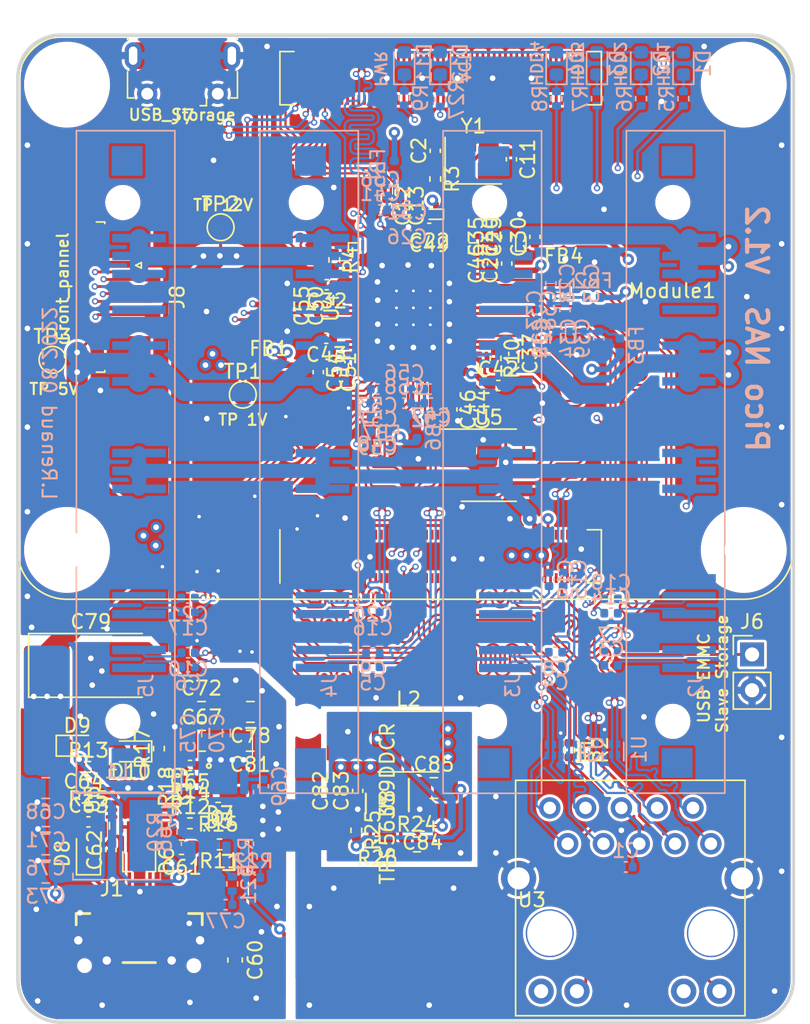
<source format=kicad_pcb>
(kicad_pcb (version 20211014) (generator pcbnew)

  (general
    (thickness 0.99)
  )

  (paper "A4")
  (layers
    (0 "F.Cu" signal)
    (1 "In1.Cu" power)
    (2 "In2.Cu" power)
    (31 "B.Cu" signal)
    (32 "B.Adhes" user "B.Adhesive")
    (33 "F.Adhes" user "F.Adhesive")
    (34 "B.Paste" user)
    (35 "F.Paste" user)
    (36 "B.SilkS" user "B.Silkscreen")
    (37 "F.SilkS" user "F.Silkscreen")
    (38 "B.Mask" user)
    (39 "F.Mask" user)
    (40 "Dwgs.User" user "User.Drawings")
    (41 "Cmts.User" user "User.Comments")
    (42 "Eco1.User" user "User.Eco1")
    (43 "Eco2.User" user "User.Eco2")
    (44 "Edge.Cuts" user)
    (45 "Margin" user)
    (46 "B.CrtYd" user "B.Courtyard")
    (47 "F.CrtYd" user "F.Courtyard")
    (48 "B.Fab" user)
    (49 "F.Fab" user)
    (50 "User.1" user)
    (51 "User.2" user)
    (52 "User.3" user)
    (53 "User.4" user)
    (54 "User.5" user)
    (55 "User.6" user)
    (56 "User.7" user)
    (57 "User.8" user)
    (58 "User.9" user)
  )

  (setup
    (stackup
      (layer "F.SilkS" (type "Top Silk Screen") (color "White"))
      (layer "F.Paste" (type "Top Solder Paste"))
      (layer "F.Mask" (type "Top Solder Mask") (color "Black") (thickness 0.01))
      (layer "F.Cu" (type "copper") (thickness 0.035))
      (layer "dielectric 1" (type "prepreg") (thickness 0.1) (material "FR4") (epsilon_r 4.5) (loss_tangent 0.02))
      (layer "In1.Cu" (type "copper") (thickness 0.0175))
      (layer "dielectric 2" (type "core") (thickness 0.665) (material "FR4") (epsilon_r 4.5) (loss_tangent 0.02))
      (layer "In2.Cu" (type "copper") (thickness 0.0175))
      (layer "dielectric 3" (type "prepreg") (thickness 0.1) (material "FR4") (epsilon_r 4.5) (loss_tangent 0.02))
      (layer "B.Cu" (type "copper") (thickness 0.035))
      (layer "B.Mask" (type "Bottom Solder Mask") (color "Black") (thickness 0.01))
      (layer "B.Paste" (type "Bottom Solder Paste"))
      (layer "B.SilkS" (type "Bottom Silk Screen") (color "White"))
      (copper_finish "None")
      (dielectric_constraints yes)
    )
    (pad_to_mask_clearance 0)
    (aux_axis_origin 171.2 118.5)
    (grid_origin 171.2 118.5)
    (pcbplotparams
      (layerselection 0x00010fc_ffffffff)
      (disableapertmacros false)
      (usegerberextensions false)
      (usegerberattributes true)
      (usegerberadvancedattributes true)
      (creategerberjobfile false)
      (svguseinch false)
      (svgprecision 6)
      (excludeedgelayer true)
      (plotframeref false)
      (viasonmask false)
      (mode 1)
      (useauxorigin true)
      (hpglpennumber 1)
      (hpglpenspeed 20)
      (hpglpendiameter 15.000000)
      (dxfpolygonmode true)
      (dxfimperialunits true)
      (dxfusepcbnewfont true)
      (psnegative false)
      (psa4output false)
      (plotreference false)
      (plotvalue false)
      (plotinvisibletext false)
      (sketchpadsonfab false)
      (subtractmaskfromsilk false)
      (outputformat 1)
      (mirror false)
      (drillshape 0)
      (scaleselection 1)
      (outputdirectory "Gerber/")
    )
  )

  (net 0 "")
  (net 1 "GND")
  (net 2 "Net-(C1-Pad1)")
  (net 3 "Net-(R1-Pad2)")
  (net 4 "/CM4/PCIE_RX_P")
  (net 5 "Net-(R2-Pad2)")
  (net 6 "/CM4/PCIE_RX_N")
  (net 7 "Net-(R21-Pad2)")
  (net 8 "Net-(R22-Pad1)")
  (net 9 "unconnected-(J2-Pad18)")
  (net 10 "unconnected-(J3-Pad18)")
  (net 11 "unconnected-(J4-Pad18)")
  (net 12 "unconnected-(J5-Pad18)")
  (net 13 "/CM4/n_eeprom_en")
  (net 14 "unconnected-(J7-Pad1)")
  (net 15 "/CM4/USB-")
  (net 16 "/CM4/USB+")
  (net 17 "/CM4/OTG_ID")
  (net 18 "/CM4/TRD3+")
  (net 19 "/CM4/TRD1+")
  (net 20 "/CM4/TRD3-")
  (net 21 "/CM4/TRD1-")
  (net 22 "/CM4/TRD2+")
  (net 23 "/CM4/TRD0+")
  (net 24 "/CM4/TRD2-")
  (net 25 "/CM4/TRD0-")
  (net 26 "/CM4/LEDY")
  (net 27 "unconnected-(Module1-Pad16)")
  (net 28 "/CM4/LEDG")
  (net 29 "unconnected-(Module1-Pad18)")
  (net 30 "unconnected-(Module1-Pad19)")
  (net 31 "unconnected-(Module1-Pad20)")
  (net 32 "Net-(D11-Pad1)")
  (net 33 "unconnected-(Module1-Pad24)")
  (net 34 "unconnected-(Module1-Pad25)")
  (net 35 "unconnected-(Module1-Pad26)")
  (net 36 "unconnected-(Module1-Pad27)")
  (net 37 "unconnected-(Module1-Pad28)")
  (net 38 "unconnected-(Module1-Pad29)")
  (net 39 "unconnected-(Module1-Pad30)")
  (net 40 "unconnected-(Module1-Pad31)")
  (net 41 "unconnected-(Module1-Pad34)")
  (net 42 "unconnected-(Module1-Pad35)")
  (net 43 "unconnected-(Module1-Pad36)")
  (net 44 "/CM4/SPI_CLK")
  (net 45 "/CM4/SPI_MISO")
  (net 46 "/CM4/SPI_MOSI")
  (net 47 "/CM4/SPI_EN0")
  (net 48 "unconnected-(Module1-Pad41)")
  (net 49 "/CM4/SPI_EN1")
  (net 50 "unconnected-(Module1-Pad45)")
  (net 51 "unconnected-(Module1-Pad46)")
  (net 52 "unconnected-(Module1-Pad47)")
  (net 53 "unconnected-(Module1-Pad48)")
  (net 54 "unconnected-(Module1-Pad49)")
  (net 55 "unconnected-(Module1-Pad50)")
  (net 56 "unconnected-(Module1-Pad51)")
  (net 57 "unconnected-(Module1-Pad54)")
  (net 58 "unconnected-(Module1-Pad55)")
  (net 59 "unconnected-(Module1-Pad56)")
  (net 60 "unconnected-(Module1-Pad57)")
  (net 61 "unconnected-(Module1-Pad58)")
  (net 62 "unconnected-(Module1-Pad61)")
  (net 63 "unconnected-(Module1-Pad62)")
  (net 64 "unconnected-(Module1-Pad63)")
  (net 65 "unconnected-(Module1-Pad64)")
  (net 66 "unconnected-(Module1-Pad67)")
  (net 67 "unconnected-(Module1-Pad68)")
  (net 68 "unconnected-(Module1-Pad69)")
  (net 69 "unconnected-(Module1-Pad70)")
  (net 70 "unconnected-(Module1-Pad72)")
  (net 71 "unconnected-(Module1-Pad73)")
  (net 72 "unconnected-(Module1-Pad75)")
  (net 73 "Net-(C2-Pad1)")
  (net 74 "/PCIe_sata/TX00+")
  (net 75 "/PCIe_sata/TX0+")
  (net 76 "/PCIe_sata/TX01+")
  (net 77 "/PCIe_sata/TX1+")
  (net 78 "/PCIe_sata/TX02+")
  (net 79 "/PCIe_sata/TX2+")
  (net 80 "/PCIe_sata/TX03+")
  (net 81 "/PCIe_sata/TX3+")
  (net 82 "/PCIe_sata/TX00-")
  (net 83 "/PCIe_sata/TX0-")
  (net 84 "/PCIe_sata/TX01-")
  (net 85 "/PCIe_sata/TX1-")
  (net 86 "/PCIe_sata/TX02-")
  (net 87 "/PCIe_sata/TX2-")
  (net 88 "/PCIe_sata/TX03-")
  (net 89 "/PCIe_sata/TX3-")
  (net 90 "Net-(C11-Pad1)")
  (net 91 "Net-(C12-Pad2)")
  (net 92 "unconnected-(Module1-Pad76)")
  (net 93 "Net-(C13-Pad2)")
  (net 94 "/PCIe_sata/RX00-")
  (net 95 "/PCIe_sata/RX0-")
  (net 96 "/PCIe_sata/RX01-")
  (net 97 "/PCIe_sata/RX1-")
  (net 98 "/PCIe_sata/RX02-")
  (net 99 "/PCIe_sata/RX2-")
  (net 100 "/PCIe_sata/RX03-")
  (net 101 "/PCIe_sata/RX3-")
  (net 102 "/PCIe_sata/RX00+")
  (net 103 "/PCIe_sata/RX0+")
  (net 104 "/PCIe_sata/RX01+")
  (net 105 "/PCIe_sata/RX1+")
  (net 106 "/PCIe_sata/RX02+")
  (net 107 "/PCIe_sata/RX2+")
  (net 108 "/PCIe_sata/RX03+")
  (net 109 "/PCIe_sata/RX3+")
  (net 110 "/PCIe_sata/VAA2_0")
  (net 111 "/PCIe_sata/VAA2_1")
  (net 112 "/PCIe_sata/VAA1")
  (net 113 "/PCIe_sata/AVDD0")
  (net 114 "+3V3")
  (net 115 "/PCIe_sata/VAA2_2")
  (net 116 "/PCIe_sata/VAA2_3")
  (net 117 "Net-(D1-Pad1)")
  (net 118 "Net-(D2-Pad1)")
  (net 119 "Net-(D3-Pad1)")
  (net 120 "Net-(D4-Pad1)")
  (net 121 "+1V0")
  (net 122 "+1V8")
  (net 123 "+12V")
  (net 124 "unconnected-(Module1-Pad78)")
  (net 125 "+5V")
  (net 126 "unconnected-(Module1-Pad80)")
  (net 127 "unconnected-(Module1-Pad82)")
  (net 128 "unconnected-(Module1-Pad89)")
  (net 129 "unconnected-(Module1-Pad91)")
  (net 130 "unconnected-(Module1-Pad92)")
  (net 131 "unconnected-(Module1-Pad94)")
  (net 132 "Net-(D12-Pad1)")
  (net 133 "unconnected-(Module1-Pad96)")
  (net 134 "unconnected-(Module1-Pad97)")
  (net 135 "/CM4/Global_en")
  (net 136 "unconnected-(Module1-Pad100)")
  (net 137 "/CM4/PCIE_CLK_nREQ")
  (net 138 "unconnected-(Module1-Pad104)")
  (net 139 "unconnected-(Module1-Pad106)")
  (net 140 "/CM4/PCIE_nRST")
  (net 141 "/CM4/PCIE_CLK_P")
  (net 142 "unconnected-(Module1-Pad111)")
  (net 143 "/CM4/PCIE_CLK_N")
  (net 144 "unconnected-(Module1-Pad115)")
  (net 145 "unconnected-(Module1-Pad117)")
  (net 146 "unconnected-(Module1-Pad121)")
  (net 147 "/CM4/PCIE_TX_P")
  (net 148 "unconnected-(Module1-Pad123)")
  (net 149 "/CM4/PCIE_TX_N")
  (net 150 "Net-(R3-Pad2)")
  (net 151 "unconnected-(Module1-Pad127)")
  (net 152 "unconnected-(Module1-Pad128)")
  (net 153 "/PCIe_sata/led1")
  (net 154 "/PCIe_sata/led2")
  (net 155 "/PCIe_sata/led3")
  (net 156 "/PCIe_sata/led4")
  (net 157 "Net-(R10-Pad1)")
  (net 158 "unconnected-(Module1-Pad129)")
  (net 159 "unconnected-(Module1-Pad130)")
  (net 160 "unconnected-(Module1-Pad133)")
  (net 161 "unconnected-(Module1-Pad134)")
  (net 162 "unconnected-(Module1-Pad135)")
  (net 163 "unconnected-(Module1-Pad136)")
  (net 164 "unconnected-(Module1-Pad139)")
  (net 165 "unconnected-(Module1-Pad140)")
  (net 166 "unconnected-(Module1-Pad141)")
  (net 167 "unconnected-(Module1-Pad142)")
  (net 168 "unconnected-(Module1-Pad143)")
  (net 169 "unconnected-(Module1-Pad145)")
  (net 170 "unconnected-(Module1-Pad146)")
  (net 171 "unconnected-(Module1-Pad147)")
  (net 172 "unconnected-(Module1-Pad148)")
  (net 173 "unconnected-(Module1-Pad149)")
  (net 174 "unconnected-(Module1-Pad151)")
  (net 175 "unconnected-(Module1-Pad152)")
  (net 176 "unconnected-(Module1-Pad153)")
  (net 177 "unconnected-(Module1-Pad154)")
  (net 178 "unconnected-(Module1-Pad157)")
  (net 179 "unconnected-(Module1-Pad158)")
  (net 180 "unconnected-(Module1-Pad159)")
  (net 181 "unconnected-(Module1-Pad160)")
  (net 182 "unconnected-(Module1-Pad163)")
  (net 183 "unconnected-(Module1-Pad164)")
  (net 184 "unconnected-(Module1-Pad165)")
  (net 185 "unconnected-(Module1-Pad166)")
  (net 186 "unconnected-(Module1-Pad169)")
  (net 187 "unconnected-(Module1-Pad170)")
  (net 188 "unconnected-(Module1-Pad171)")
  (net 189 "unconnected-(Module1-Pad172)")
  (net 190 "unconnected-(Module1-Pad175)")
  (net 191 "unconnected-(Module1-Pad176)")
  (net 192 "unconnected-(Module1-Pad177)")
  (net 193 "unconnected-(Module1-Pad178)")
  (net 194 "unconnected-(Module1-Pad181)")
  (net 195 "unconnected-(Module1-Pad182)")
  (net 196 "unconnected-(Module1-Pad183)")
  (net 197 "unconnected-(Module1-Pad184)")
  (net 198 "unconnected-(Module1-Pad187)")
  (net 199 "unconnected-(Module1-Pad188)")
  (net 200 "unconnected-(Module1-Pad189)")
  (net 201 "unconnected-(Module1-Pad190)")
  (net 202 "unconnected-(Module1-Pad193)")
  (net 203 "unconnected-(Module1-Pad194)")
  (net 204 "unconnected-(Module1-Pad195)")
  (net 205 "unconnected-(Module1-Pad196)")
  (net 206 "unconnected-(Module1-Pad199)")
  (net 207 "unconnected-(Module1-Pad200)")
  (net 208 "/PCIe_sata/SPI_DO")
  (net 209 "/PCIe_sata/SPI_CS")
  (net 210 "/PCIe_sata/SPI_DI")
  (net 211 "Net-(C66-Pad2)")
  (net 212 "Net-(C66-Pad1)")
  (net 213 "Net-(C69-Pad2)")
  (net 214 "Net-(C77-Pad2)")
  (net 215 "Net-(L1-Pad1)")
  (net 216 "/PCIe_sata/SPI_CLK")
  (net 217 "unconnected-(U4-Pad21)")
  (net 218 "unconnected-(U4-Pad38)")
  (net 219 "VBUS")
  (net 220 "Net-(C61-Pad1)")
  (net 221 "Net-(C63-Pad2)")
  (net 222 "Net-(C64-Pad2)")
  (net 223 "Net-(C65-Pad2)")
  (net 224 "Net-(D9-Pad1)")
  (net 225 "Net-(D10-Pad1)")
  (net 226 "/Power/CC1")
  (net 227 "/Power/CC2")
  (net 228 "Net-(Q1-Pad3)")
  (net 229 "/Power/SLC")
  (net 230 "/Power/Vbus_vs_Disch")
  (net 231 "/Power/SDA")
  (net 232 "Net-(R15-Pad1)")
  (net 233 "Net-(R17-Pad1)")
  (net 234 "Net-(R18-Pad2)")
  (net 235 "unconnected-(U4-Pad60)")
  (net 236 "unconnected-(U4-Pad63)")
  (net 237 "unconnected-(U4-Pad64)")
  (net 238 "unconnected-(U4-Pad65)")
  (net 239 "unconnected-(U4-Pad66)")
  (net 240 "unconnected-(U4-Pad67)")
  (net 241 "unconnected-(U4-Pad72)")
  (net 242 "unconnected-(U4-Pad73)")
  (net 243 "unconnected-(U4-Pad74)")
  (net 244 "unconnected-(U4-Pad75)")
  (net 245 "unconnected-(U4-Pad76)")
  (net 246 "unconnected-(U6-Pad3)")
  (net 247 "unconnected-(U6-Pad6)")
  (net 248 "unconnected-(U6-Pad11)")
  (net 249 "unconnected-(U6-Pad15)")
  (net 250 "unconnected-(U6-Pad17)")
  (net 251 "unconnected-(U6-Pad19)")
  (net 252 "VDD")
  (net 253 "unconnected-(U4-Pad35)")
  (net 254 "unconnected-(U4-Pad37)")
  (net 255 "unconnected-(U4-Pad43)")
  (net 256 "unconnected-(U4-Pad46)")
  (net 257 "unconnected-(U4-Pad47)")
  (net 258 "unconnected-(U4-Pad48)")
  (net 259 "unconnected-(U4-Pad49)")
  (net 260 "unconnected-(U4-Pad50)")
  (net 261 "unconnected-(U4-Pad57)")
  (net 262 "Net-(C84-Pad2)")
  (net 263 "Net-(R24-Pad1)")
  (net 264 "Net-(R25-Pad1)")
  (net 265 "Net-(C84-Pad1)")
  (net 266 "unconnected-(U8-Pad5)")
  (net 267 "Net-(Module1-Pad21)")
  (net 268 "Net-(Module1-Pad95)")

  (footprint "Capacitor_SMD:C_0402_1005Metric" (layer "F.Cu") (at 183.5 100.3 180))

  (footprint "Capacitor_SMD:C_0402_1005Metric" (layer "F.Cu") (at 200 104.6 180))

  (footprint "Capacitor_SMD:C_0402_1005Metric" (layer "F.Cu") (at 177.9 106.3 90))

  (footprint "Capacitor_SMD:C_0805_2012Metric" (layer "F.Cu") (at 184.32 96.5))

  (footprint "Resistor_SMD:R_0402_1005Metric" (layer "F.Cu") (at 195.3 104.9 -90))

  (footprint "Capacitor_SMD:C_0402_1005Metric" (layer "F.Cu") (at 207.97 62.8 90))

  (footprint "Capacitor_SMD:C_0402_1005Metric" (layer "F.Cu") (at 206.475 71.1 -90))

  (footprint "Crystal:Crystal_SMD_Abracon_ABM8G-4Pin_3.2x2.5mm" (layer "F.Cu") (at 203.6 57.4))

  (footprint "LED_SMD:LED_0603_1608Metric" (layer "F.Cu") (at 179.3 99.3 180))

  (footprint "Capacitor_SMD:C_0402_1005Metric" (layer "F.Cu") (at 175.97 102.6))

  (footprint "Resistor_SMD:R_0402_1005Metric" (layer "F.Cu") (at 185.5 103.3 180))

  (footprint "Inductor_SMD:L_Coilcraft_XxL4020" (layer "F.Cu") (at 199 98.6))

  (footprint "Capacitor_SMD:C_0402_1005Metric" (layer "F.Cu") (at 204.97 64.7 90))

  (footprint "CM4+NAS:TPS56339DDCR" (layer "F.Cu") (at 197.5 103 -90))

  (footprint "Capacitor_SMD:C_0603_1608Metric" (layer "F.Cu") (at 194.2 102.1 90))

  (footprint "Resistor_SMD:R_0402_1005Metric" (layer "F.Cu") (at 184 101.8 90))

  (footprint "Capacitor_SMD:C_0402_1005Metric" (layer "F.Cu") (at 200.47 62.2 180))

  (footprint "Capacitor_SMD:C_0402_1005Metric" (layer "F.Cu") (at 192.6 72.4 -90))

  (footprint "CM4+NAS:1610" (layer "F.Cu") (at 185.6 107.2 180))

  (footprint "Capacitor_SMD:C_0402_1005Metric" (layer "F.Cu") (at 206.3 57.3 -90))

  (footprint "Resistor_SMD:R_0402_1005Metric" (layer "F.Cu") (at 205.175 71.425 -90))

  (footprint "Connector_PinHeader_2.54mm:PinHeader_1x02_P2.54mm_Vertical" (layer "F.Cu") (at 223.37 92.425))

  (footprint "Resistor_SMD:R_0402_1005Metric" (layer "F.Cu") (at 211.47 99.2 -90))

  (footprint "Resistor_SMD:R_0402_1005Metric" (layer "F.Cu") (at 200.9 58.7 -90))

  (footprint "Capacitor_SMD:C_0402_1005Metric" (layer "F.Cu") (at 205.97 64.7 90))

  (footprint "Capacitor_Tantalum_SMD:CP_EIA-7343-31_Kemet-D" (layer "F.Cu") (at 176.47 93.2))

  (footprint "Connector_FFC-FPC:TE_1-1734839-0_1x10-1MP_P0.5mm_Horizontal" (layer "F.Cu") (at 179.5 67.075 -90))

  (footprint "Capacitor_SMD:C_0402_1005Metric" (layer "F.Cu") (at 193.6 67.7 90))

  (footprint "Capacitor_SMD:C_0603_1608Metric" (layer "F.Cu") (at 182.9 106.1 180))

  (footprint "Resistor_SMD:R_0402_1005Metric" (layer "F.Cu") (at 210.385 99.21 -90))

  (footprint "Capacitor_SMD:C_0805_2012Metric" (layer "F.Cu") (at 184.32 98.55))

  (footprint "Resistor_SMD:R_0402_1005Metric" (layer "F.Cu") (at 193.74 64.44 -90))

  (footprint "Capacitor_SMD:C_0402_1005Metric" (layer "F.Cu") (at 197.45 60.6 -90))

  (footprint "Capacitor_SMD:C_0402_1005Metric" (layer "F.Cu") (at 193.2 66.2 180))

  (footprint "Package_TO_SOT_SMD:SOT-323_SC-70" (layer "F.Cu") (at 179.9 107.1 -90))

  (footprint "Capacitor_SMD:C_0805_2012Metric" (layer "F.Cu") (at 187.77 98.55 180))

  (footprint "Capacitor_SMD:C_0402_1005Metric" (layer "F.Cu") (at 205.37 73.35))

  (footprint "Resistor_SMD:R_0603_1608Metric" (layer "F.Cu") (at 199.6 105.9))

  (footprint "Capacitor_SMD:C_0402_1005Metric" (layer "F.Cu") (at 203.075 75.05 -90))

  (footprint "Capacitor_SMD:C_0402_1005Metric" (layer "F.Cu") (at 193.17 70 180))

  (footprint "Package_DFN_QFN:QFN-24-1EP_4x4mm_P0.5mm_EP2.7x2.7mm" (layer "F.Cu") (at 179.9 102.7 90))

  (footprint "TestPoint:TestPoint_Pad_D1.5mm" (layer "F.Cu") (at 185.675 62.125))

  (footprint "Inductor_SMD:L_0402_1005Metric" (layer "F.Cu") (at 210 63 180))

  (footprint "Resistor_SMD:R_0402_1005Metric" (layer "F.Cu") (at 183.5 104.4))

  (footprint "Capacitor_SMD:C_0603_1608Metric" (layer "F.Cu") (at 186.7 114.1 -90))

  (footprint "CM4+NAS:UDFN6B" (layer "F.Cu") (at 185.9 101.4))

  (footprint "CM4+NAS:C_POL_0402_1005Metric" (layer "F.Cu") (at 206.97 62.8 90))

  (footprint "Capacitor_SMD:C_0402_1005Metric" (layer "F.Cu") (at 198.4 60.6 -90))

  (footprint "CM4+NAS:C_POL_0402_1005Metric" (layer "F.Cu") (at 200.47 61.2 180))

  (footprint "Capacitor_SMD:C_0805_2012Metric" (layer "F.Cu") (at 200.8 101.9))

  (footprint "Resistor_SMD:R_0402_1005Metric" (layer "F.Cu") (at 176.3 100.4))

  (footprint "Resistor_SMD:R_0402_1005Metric" (layer "F.Cu") (at 183 101.8 90))

  (footprint "Capacitor_SMD:C_0402_1005Metric" (layer "F.Cu") (at 195.4 102.1 90))

  (footprint "Capacitor_SMD:C_0402_1005Metric" (layer "F.Cu") (at 193.6 72.4 -90))

  (footprint "Capacitor_SMD:C_0402_1005Metric" (layer "F.Cu") (at 202.075 75.05 -90))

  (footprint "TestPoint:TestPoint_Pad_D1.5mm" (layer "F.Cu") (at 173.75 71.525))

  (footprint "Diode_SMD:D_0402_1005Metric" (layer "F.Cu")
    (tedit 5F68FEF0) (tstam
... [3348577 chars truncated]
</source>
